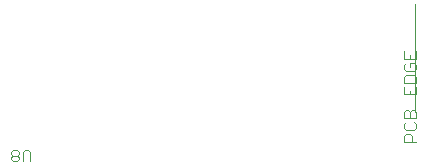
<source format=gbr>
G04*
G04 #@! TF.GenerationSoftware,Altium Limited,Altium Designer,24.6.1 (21)*
G04*
G04 Layer_Color=16711935*
%FSLAX25Y25*%
%MOIN*%
G70*
G04*
G04 #@! TF.SameCoordinates,070BA572-D09E-44C5-9521-77B36399D436*
G04*
G04*
G04 #@! TF.FilePolarity,Positive*
G04*
G01*
G75*
%ADD45C,0.00394*%
D45*
X667524Y377496D02*
Y413579D01*
X667917Y367654D02*
X663982D01*
Y369621D01*
X664638Y370277D01*
X665949D01*
X666605Y369621D01*
Y367654D01*
X664638Y374213D02*
X663982Y373557D01*
Y372245D01*
X664638Y371589D01*
X667261D01*
X667917Y372245D01*
Y373557D01*
X667261Y374213D01*
X663982Y375525D02*
X667917D01*
Y377493D01*
X667261Y378149D01*
X666605D01*
X665949Y377493D01*
Y375525D01*
Y377493D01*
X665294Y378149D01*
X664638D01*
X663982Y377493D01*
Y375525D01*
Y386020D02*
Y383397D01*
X667917D01*
Y386020D01*
X665949Y383397D02*
Y384708D01*
X663982Y387332D02*
X667917D01*
Y389300D01*
X667261Y389956D01*
X664638D01*
X663982Y389300D01*
Y387332D01*
X664638Y393892D02*
X663982Y393236D01*
Y391924D01*
X664638Y391268D01*
X667261D01*
X667917Y391924D01*
Y393236D01*
X667261Y393892D01*
X665949D01*
Y392580D01*
X663982Y397828D02*
Y395204D01*
X667917D01*
Y397828D01*
X665949Y395204D02*
Y396516D01*
X539500Y361064D02*
Y364344D01*
X538844Y365000D01*
X537532D01*
X536876Y364344D01*
Y361064D01*
X535564Y361720D02*
X534908Y361064D01*
X533596D01*
X532940Y361720D01*
Y362376D01*
X533596Y363032D01*
X532940Y363688D01*
Y364344D01*
X533596Y365000D01*
X534908D01*
X535564Y364344D01*
Y363688D01*
X534908Y363032D01*
X535564Y362376D01*
Y361720D01*
X534908Y363032D02*
X533596D01*
M02*

</source>
